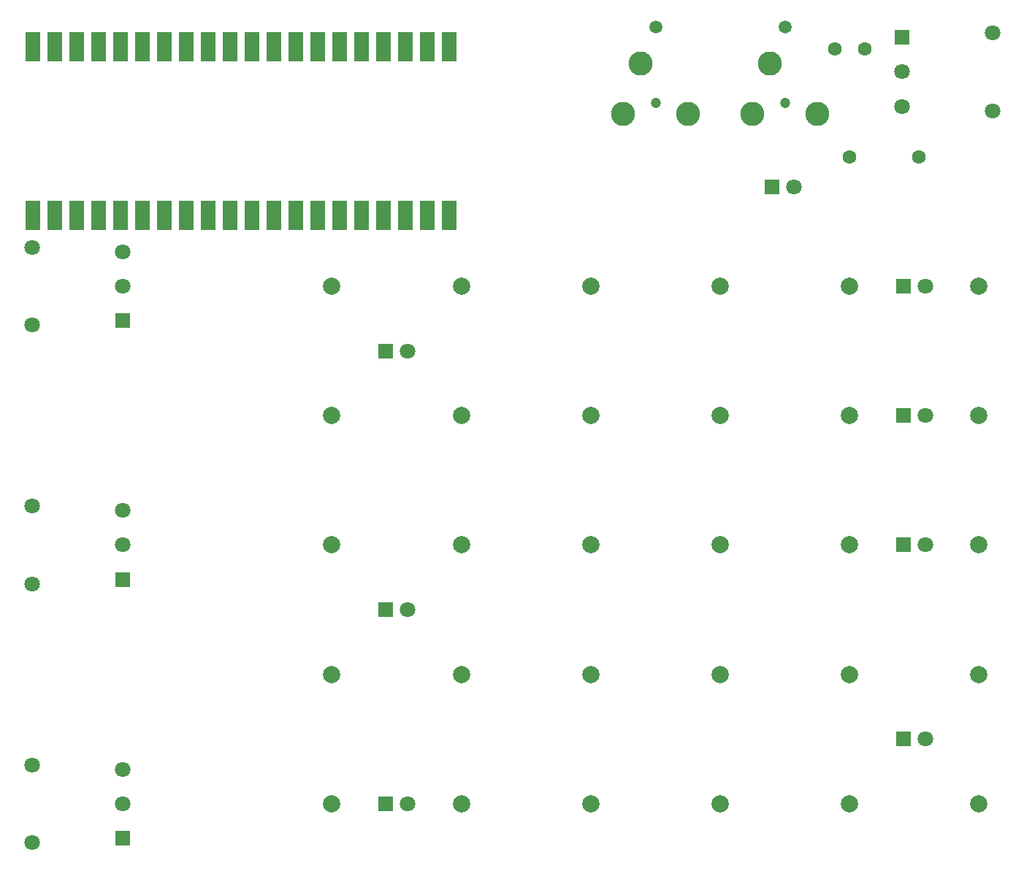
<source format=gbs>
G04 #@! TF.GenerationSoftware,KiCad,Pcbnew,(6.0.8)*
G04 #@! TF.CreationDate,2023-07-24T16:33:48+02:00*
G04 #@! TF.ProjectId,pisynthInv,70697379-6e74-4684-996e-762e6b696361,rev?*
G04 #@! TF.SameCoordinates,Original*
G04 #@! TF.FileFunction,Soldermask,Bot*
G04 #@! TF.FilePolarity,Negative*
%FSLAX46Y46*%
G04 Gerber Fmt 4.6, Leading zero omitted, Abs format (unit mm)*
G04 Created by KiCad (PCBNEW (6.0.8)) date 2023-07-24 16:33:48*
%MOMM*%
%LPD*%
G01*
G04 APERTURE LIST*
%ADD10C,2.000000*%
%ADD11C,1.800000*%
%ADD12R,1.800000X1.800000*%
%ADD13C,1.500000*%
%ADD14C,1.200000*%
%ADD15C,2.800000*%
%ADD16C,1.600000*%
%ADD17R,1.700000X3.500000*%
G04 APERTURE END LIST*
D10*
X134000000Y-97000000D03*
X59000000Y-97000000D03*
D11*
X24250000Y-122500000D03*
X24250000Y-131500000D03*
D12*
X34750000Y-131000000D03*
D11*
X34750000Y-127000000D03*
X34750000Y-123000000D03*
X24250000Y-101500000D03*
X24250000Y-92500000D03*
D12*
X34750000Y-101000000D03*
D11*
X34750000Y-97000000D03*
X34750000Y-93000000D03*
D12*
X125225000Y-67000000D03*
D11*
X127765000Y-67000000D03*
D10*
X74000000Y-127000000D03*
D13*
X96550000Y-36900000D03*
D14*
X96550000Y-45700000D03*
D15*
X94750000Y-41200000D03*
X92750000Y-47000000D03*
X100250000Y-47000000D03*
D10*
X119000000Y-82000000D03*
X119000000Y-97000000D03*
X134000000Y-127000000D03*
X59000000Y-67000000D03*
X104000000Y-127000000D03*
X119000000Y-112000000D03*
D13*
X111550000Y-36900000D03*
D14*
X111550000Y-45700000D03*
D15*
X109750000Y-41200000D03*
X107750000Y-47000000D03*
X115250000Y-47000000D03*
D12*
X65225000Y-127000000D03*
D11*
X67765000Y-127000000D03*
D12*
X109975000Y-55500000D03*
D11*
X112515000Y-55500000D03*
D10*
X134000000Y-82000000D03*
X74000000Y-97000000D03*
X134000000Y-67000000D03*
D11*
X24250000Y-62500000D03*
X24250000Y-71500000D03*
D12*
X34750000Y-71000000D03*
D11*
X34750000Y-67000000D03*
X34750000Y-63000000D03*
D10*
X74000000Y-82000000D03*
X104000000Y-67000000D03*
D12*
X65225000Y-74500000D03*
D11*
X67765000Y-74500000D03*
D10*
X89000000Y-112000000D03*
X89000000Y-127000000D03*
X59000000Y-127000000D03*
D12*
X125225000Y-97000000D03*
D11*
X127765000Y-97000000D03*
D10*
X104000000Y-112000000D03*
D12*
X125225000Y-119500000D03*
D11*
X127765000Y-119500000D03*
D10*
X89000000Y-97000000D03*
X59000000Y-112000000D03*
X119000000Y-127000000D03*
X134000000Y-112000000D03*
X119000000Y-67000000D03*
D12*
X65225000Y-104500000D03*
D11*
X67765000Y-104500000D03*
X135550000Y-37630000D03*
X135550000Y-46630000D03*
D12*
X125050000Y-38130000D03*
D11*
X125050000Y-42130000D03*
X125050000Y-46130000D03*
D10*
X74000000Y-67000000D03*
X89000000Y-67000000D03*
X89000000Y-82000000D03*
D16*
X120775000Y-39500000D03*
X117275000Y-39500000D03*
X127000000Y-52000000D03*
X119000000Y-52000000D03*
D10*
X74000000Y-112000000D03*
X104000000Y-97000000D03*
X59000000Y-82000000D03*
D12*
X125225000Y-82000000D03*
D11*
X127765000Y-82000000D03*
D10*
X104000000Y-82000000D03*
D17*
X24370000Y-39210000D03*
X26910000Y-39210000D03*
X29450000Y-39210000D03*
X31990000Y-39210000D03*
X34530000Y-39210000D03*
X37070000Y-39210000D03*
X39610000Y-39210000D03*
X42150000Y-39210000D03*
X44690000Y-39210000D03*
X47230000Y-39210000D03*
X49770000Y-39210000D03*
X52310000Y-39210000D03*
X54850000Y-39210000D03*
X57390000Y-39210000D03*
X59930000Y-39210000D03*
X62470000Y-39210000D03*
X65010000Y-39210000D03*
X67550000Y-39210000D03*
X70090000Y-39210000D03*
X72630000Y-39210000D03*
X72630000Y-58790000D03*
X70090000Y-58790000D03*
X67550000Y-58790000D03*
X65010000Y-58790000D03*
X62470000Y-58790000D03*
X59930000Y-58790000D03*
X57390000Y-58790000D03*
X54850000Y-58790000D03*
X52310000Y-58790000D03*
X49770000Y-58790000D03*
X47230000Y-58790000D03*
X44690000Y-58790000D03*
X42150000Y-58790000D03*
X39610000Y-58790000D03*
X37070000Y-58790000D03*
X34530000Y-58790000D03*
X31990000Y-58790000D03*
X29450000Y-58790000D03*
X26910000Y-58790000D03*
X24370000Y-58790000D03*
M02*

</source>
